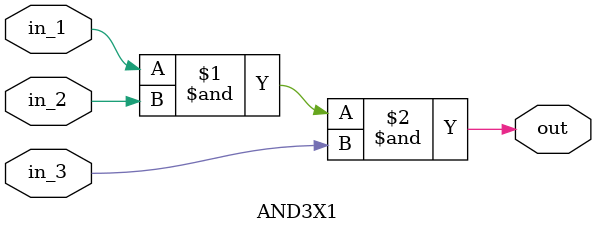
<source format=v>
`timescale 1ns / 1ps

module AND3X1 (
	// port list
	in_1	, 
	in_2	, 
	in_3	, 
	out
);

//port declaration
input 	in_1	;
input 	in_2	;
input 	in_3	;
output 	out		;

and and3X1 (out, in_1, in_2, in_3);
	
endmodule

</source>
